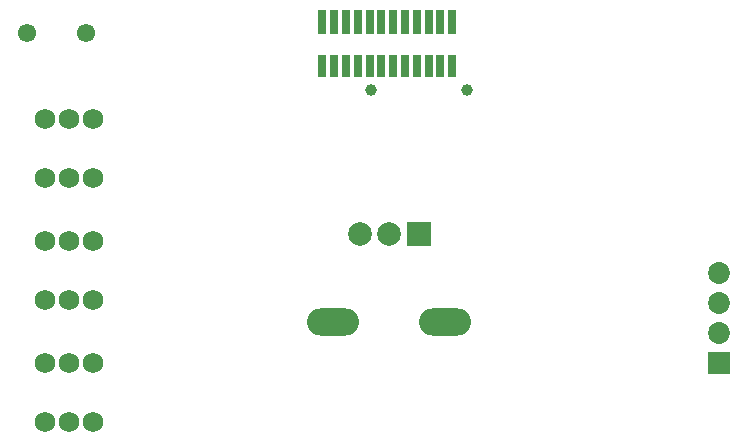
<source format=gbr>
G04*
G04 #@! TF.GenerationSoftware,Altium Limited,Altium Designer,22.4.2 (48)*
G04*
G04 Layer_Color=16711935*
%FSLAX25Y25*%
%MOIN*%
G70*
G04*
G04 #@! TF.SameCoordinates,AD9AAAA9-8C15-4E76-B8C9-5665C563ED73*
G04*
G04*
G04 #@! TF.FilePolarity,Negative*
G04*
G01*
G75*
%ADD15C,0.06800*%
%ADD16C,0.07887*%
%ADD17R,0.07887X0.07887*%
%ADD18O,0.17335X0.09068*%
%ADD19R,0.07300X0.07300*%
%ADD20C,0.07300*%
%ADD21C,0.06115*%
%ADD22C,0.03950*%
%ADD34R,0.03162X0.07296*%
%ADD35R,0.03162X0.08083*%
D15*
X236626Y420843D02*
D03*
X244500D02*
D03*
X252374D02*
D03*
X236626Y401158D02*
D03*
X244500D02*
D03*
X252374D02*
D03*
Y319657D02*
D03*
X244500D02*
D03*
X236626D02*
D03*
X252374Y339342D02*
D03*
X244500D02*
D03*
X236626D02*
D03*
X252374Y360407D02*
D03*
X244500D02*
D03*
X236626D02*
D03*
X252374Y380093D02*
D03*
X244500D02*
D03*
X236626D02*
D03*
D16*
X341315Y382500D02*
D03*
X351157D02*
D03*
D17*
X361000D02*
D03*
D18*
X332457Y352972D02*
D03*
X369858D02*
D03*
D19*
X461000Y339500D02*
D03*
D20*
Y349500D02*
D03*
Y359500D02*
D03*
Y369500D02*
D03*
D21*
X250155Y449500D02*
D03*
X230470D02*
D03*
D22*
X377000Y430500D02*
D03*
X345000D02*
D03*
D34*
X328941Y438236D02*
D03*
X332878D02*
D03*
X336815D02*
D03*
X340752D02*
D03*
X344689D02*
D03*
X348626D02*
D03*
X352563D02*
D03*
X356500D02*
D03*
X360437D02*
D03*
X364374D02*
D03*
X368311D02*
D03*
X372248D02*
D03*
D35*
X328941Y453000D02*
D03*
X332878D02*
D03*
X336815D02*
D03*
X340752D02*
D03*
X344689D02*
D03*
X348626D02*
D03*
X352563D02*
D03*
X356500D02*
D03*
X360437D02*
D03*
X364374D02*
D03*
X368311D02*
D03*
X372248D02*
D03*
M02*

</source>
